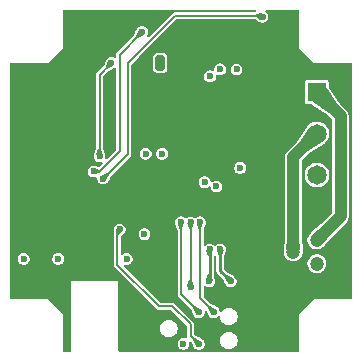
<source format=gbl>
%TF.GenerationSoftware,KiCad,Pcbnew,9.0.5*%
%TF.CreationDate,2026-01-28T11:34:24-05:00*%
%TF.ProjectId,lmp91000-pcb,6c6d7039-3130-4303-902d-7063622e6b69,rev?*%
%TF.SameCoordinates,Original*%
%TF.FileFunction,Copper,L4,Bot*%
%TF.FilePolarity,Positive*%
%FSLAX46Y46*%
G04 Gerber Fmt 4.6, Leading zero omitted, Abs format (unit mm)*
G04 Created by KiCad (PCBNEW 9.0.5) date 2026-01-28 11:34:24*
%MOMM*%
%LPD*%
G01*
G04 APERTURE LIST*
G04 Aperture macros list*
%AMRoundRect*
0 Rectangle with rounded corners*
0 $1 Rounding radius*
0 $2 $3 $4 $5 $6 $7 $8 $9 X,Y pos of 4 corners*
0 Add a 4 corners polygon primitive as box body*
4,1,4,$2,$3,$4,$5,$6,$7,$8,$9,$2,$3,0*
0 Add four circle primitives for the rounded corners*
1,1,$1+$1,$2,$3*
1,1,$1+$1,$4,$5*
1,1,$1+$1,$6,$7*
1,1,$1+$1,$8,$9*
0 Add four rect primitives between the rounded corners*
20,1,$1+$1,$2,$3,$4,$5,0*
20,1,$1+$1,$4,$5,$6,$7,0*
20,1,$1+$1,$6,$7,$8,$9,0*
20,1,$1+$1,$8,$9,$2,$3,0*%
G04 Aperture macros list end*
%TA.AperFunction,ComponentPad*%
%ADD10O,1.700000X1.100000*%
%TD*%
%TA.AperFunction,ComponentPad*%
%ADD11R,1.650000X1.650000*%
%TD*%
%TA.AperFunction,ComponentPad*%
%ADD12C,1.650000*%
%TD*%
%TA.AperFunction,ComponentPad*%
%ADD13C,1.200000*%
%TD*%
%TA.AperFunction,ComponentPad*%
%ADD14RoundRect,0.200000X0.200000X0.450000X-0.200000X0.450000X-0.200000X-0.450000X0.200000X-0.450000X0*%
%TD*%
%TA.AperFunction,ComponentPad*%
%ADD15O,0.800000X1.300000*%
%TD*%
%TA.AperFunction,ViaPad*%
%ADD16C,0.600000*%
%TD*%
%TA.AperFunction,Conductor*%
%ADD17C,0.250000*%
%TD*%
%TA.AperFunction,Conductor*%
%ADD18C,0.200000*%
%TD*%
%TA.AperFunction,Conductor*%
%ADD19C,1.000000*%
%TD*%
G04 APERTURE END LIST*
D10*
%TO.P,J2,S1,SHIELD*%
%TO.N,GND*%
X37800000Y-38680000D03*
X34000000Y-38680000D03*
X37800000Y-47320000D03*
X34000000Y-47320000D03*
%TD*%
D11*
%TO.P,J4,1,Pin_1*%
%TO.N,/LMP/RE*%
X59000000Y-40000000D03*
D12*
%TO.P,J4,2,Pin_2*%
%TO.N,/LMP/WE*%
X59000000Y-43500000D03*
%TO.P,J4,3,Pin_3*%
%TO.N,/LMP/CE*%
X59000000Y-47000000D03*
%TD*%
D13*
%TO.P,J5,1,Pin_1*%
%TO.N,/LMP/CE*%
X59000000Y-54500000D03*
%TO.P,J5,2,Pin_2*%
%TO.N,/LMP/WE*%
X57000000Y-53500000D03*
%TO.P,J5,3,Pin_3*%
%TO.N,/LMP/RE*%
X59000000Y-52499999D03*
%TD*%
D14*
%TO.P,J3,1,Pin_1*%
%TO.N,+BATT*%
X45750000Y-37500000D03*
D15*
%TO.P,J3,2,Pin_2*%
%TO.N,GND*%
X44500000Y-37500000D03*
%TD*%
D16*
%TO.N,+3V3*%
X37100001Y-54100002D03*
X49950000Y-38650000D03*
X50800000Y-38050001D03*
X52500000Y-46400000D03*
X44500000Y-45200000D03*
X47700000Y-61300000D03*
X49500000Y-47600000D03*
X42900000Y-54100000D03*
X50500000Y-47950000D03*
X44400000Y-52000000D03*
X52200000Y-38050000D03*
X34180000Y-54100000D03*
X45900000Y-45200000D03*
%TO.N,GND*%
X49550000Y-48575000D03*
X39400000Y-37500000D03*
X44300000Y-46900000D03*
X43700000Y-40000000D03*
X37900000Y-61700000D03*
X41600000Y-40000000D03*
X50300000Y-61300000D03*
X51400000Y-34500000D03*
X42700000Y-50100000D03*
X51400000Y-36500000D03*
X51500000Y-39600000D03*
X45700000Y-42900000D03*
X46700000Y-39000000D03*
X35300000Y-54200000D03*
X38700000Y-54200000D03*
X46300000Y-40000000D03*
X50600000Y-44500000D03*
X41500000Y-42500000D03*
X51400000Y-35500000D03*
X37900000Y-60400000D03*
X45900000Y-48500000D03*
X46900000Y-42900000D03*
X44500000Y-42900000D03*
X41500000Y-43500000D03*
X42700000Y-48500000D03*
X36000000Y-54200000D03*
X53425000Y-48575000D03*
X42499999Y-61700000D03*
X45100000Y-40000000D03*
X42700000Y-46900000D03*
X45900000Y-50100000D03*
X40600000Y-52000000D03*
X45900000Y-46900000D03*
X44300000Y-48500000D03*
X44300000Y-50100000D03*
%TO.N,Net-(U5-C1)*%
X50805019Y-53305019D03*
X51700000Y-56000000D03*
%TO.N,Net-(U5-C2)*%
X49926154Y-53300000D03*
X49900000Y-56000000D03*
%TO.N,/SWDIO*%
X48300000Y-51000000D03*
X48300000Y-56500000D03*
%TO.N,/SWCLK*%
X47500000Y-51000000D03*
X49000000Y-58600000D03*
%TO.N,/SWV{slash}SWO*%
X50270000Y-58600000D03*
X49100000Y-51000000D03*
%TO.N,/RESETn*%
X49000000Y-61300000D03*
X42300000Y-51600000D03*
%TO.N,/PWR_BTN*%
X40900000Y-47300000D03*
X54400000Y-33600000D03*
%TO.N,/LDO_EN*%
X44200000Y-34900000D03*
X40100000Y-46700000D03*
%TO.N,/BATT_MEAS*%
X41600000Y-37500000D03*
X40600000Y-45400000D03*
%TD*%
D17*
%TO.N,Net-(U5-C1)*%
X50805019Y-53305019D02*
X50805019Y-55105019D01*
X50805019Y-55105019D02*
X51700000Y-56000000D01*
%TO.N,Net-(U5-C2)*%
X49926154Y-55973846D02*
X49900000Y-56000000D01*
X49926154Y-53300000D02*
X49926154Y-55973846D01*
D18*
%TO.N,/SWDIO*%
X48300000Y-51000000D02*
X48300000Y-56500000D01*
%TO.N,/SWCLK*%
X49000000Y-58600000D02*
X47500000Y-57100000D01*
X47500000Y-57100000D02*
X47500000Y-51000000D01*
%TO.N,/SWV{slash}SWO*%
X49100000Y-57430000D02*
X49100000Y-51000000D01*
X50270000Y-58600000D02*
X49100000Y-57430000D01*
%TO.N,/RESETn*%
X42100000Y-51800000D02*
X42100000Y-54600000D01*
X48300000Y-60600000D02*
X49000000Y-61300000D01*
X42100000Y-54600000D02*
X45600000Y-58100000D01*
X46750000Y-58100000D02*
X48300000Y-59650000D01*
X45600000Y-58100000D02*
X46750000Y-58100000D01*
X42300000Y-51600000D02*
X42100000Y-51800000D01*
X48300000Y-59650000D02*
X48300000Y-60600000D01*
D19*
%TO.N,/LMP/RE*%
X61000000Y-50499999D02*
X61000000Y-42000000D01*
X61000000Y-42000000D02*
X59000000Y-40000000D01*
X59000000Y-52499999D02*
X61000000Y-50499999D01*
%TO.N,/LMP/WE*%
X57000000Y-45500000D02*
X57000000Y-53500000D01*
X59000000Y-43500000D02*
X57000000Y-45500000D01*
D18*
%TO.N,/PWR_BTN*%
X40900000Y-47300000D02*
X43000000Y-45200000D01*
X43000000Y-45200000D02*
X43000000Y-37500000D01*
X43000000Y-37500000D02*
X47000000Y-33500000D01*
X54300000Y-33500000D02*
X54400000Y-33600000D01*
X47000000Y-33500000D02*
X54300000Y-33500000D01*
%TO.N,/LDO_EN*%
X42300000Y-45000000D02*
X40600000Y-46700000D01*
X40600000Y-46700000D02*
X40100000Y-46700000D01*
X42300000Y-36800000D02*
X42300000Y-45000000D01*
X44200000Y-34900000D02*
X42300000Y-36800000D01*
%TO.N,/BATT_MEAS*%
X40600000Y-45400000D02*
X40600000Y-38500000D01*
X40600000Y-38500000D02*
X41600000Y-37500000D01*
%TD*%
%TA.AperFunction,Conductor*%
%TO.N,GND*%
G36*
X53831960Y-33019407D02*
G01*
X53867924Y-33068907D01*
X53867924Y-33130093D01*
X53831960Y-33179593D01*
X53798779Y-33195289D01*
X53794949Y-33196289D01*
X53769939Y-33199500D01*
X46960435Y-33199500D01*
X46884011Y-33219978D01*
X46884007Y-33219980D01*
X46815491Y-33259538D01*
X44767208Y-35307820D01*
X44712691Y-35335597D01*
X44652259Y-35326026D01*
X44608994Y-35282761D01*
X44599423Y-35222329D01*
X44611466Y-35188319D01*
X44666392Y-35093186D01*
X44700500Y-34965892D01*
X44700500Y-34834108D01*
X44666392Y-34706814D01*
X44666390Y-34706811D01*
X44666390Y-34706809D01*
X44600503Y-34592690D01*
X44600501Y-34592688D01*
X44600500Y-34592686D01*
X44507314Y-34499500D01*
X44507311Y-34499498D01*
X44507309Y-34499496D01*
X44393189Y-34433609D01*
X44393191Y-34433609D01*
X44343799Y-34420375D01*
X44265892Y-34399500D01*
X44134108Y-34399500D01*
X44056200Y-34420375D01*
X44006809Y-34433609D01*
X43892690Y-34499496D01*
X43799499Y-34592687D01*
X43774473Y-34636029D01*
X43774474Y-34636030D01*
X43771739Y-34640767D01*
X43758667Y-34658548D01*
X43746676Y-34684176D01*
X43744542Y-34687874D01*
X43744540Y-34687875D01*
X43733610Y-34706807D01*
X43733607Y-34706815D01*
X43732541Y-34710796D01*
X43726588Y-34727120D01*
X43539414Y-35127228D01*
X43519745Y-35155282D01*
X42115489Y-36559540D01*
X42115488Y-36559539D01*
X42059539Y-36615489D01*
X42019980Y-36684007D01*
X42019978Y-36684011D01*
X41999500Y-36760435D01*
X41999500Y-36981250D01*
X41980593Y-37039441D01*
X41931093Y-37075405D01*
X41869907Y-37075405D01*
X41851000Y-37066987D01*
X41793187Y-37033608D01*
X41736734Y-37018482D01*
X41665892Y-36999500D01*
X41534108Y-36999500D01*
X41463269Y-37018481D01*
X41406809Y-37033609D01*
X41292690Y-37099496D01*
X41199499Y-37192687D01*
X41174473Y-37236029D01*
X41174474Y-37236030D01*
X41171739Y-37240767D01*
X41158667Y-37258548D01*
X41146676Y-37284176D01*
X41144542Y-37287874D01*
X41144540Y-37287875D01*
X41133610Y-37306807D01*
X41133607Y-37306815D01*
X41132541Y-37310796D01*
X41126588Y-37327120D01*
X40939414Y-37727228D01*
X40919745Y-37755281D01*
X40415489Y-38259539D01*
X40359539Y-38315489D01*
X40319980Y-38384007D01*
X40319978Y-38384011D01*
X40299500Y-38460435D01*
X40299500Y-44738475D01*
X40293571Y-44772221D01*
X40143005Y-45187485D01*
X40140029Y-45195692D01*
X40133608Y-45206814D01*
X40126845Y-45232049D01*
X40125392Y-45236058D01*
X40117194Y-45258670D01*
X40112527Y-45273204D01*
X40112071Y-45274829D01*
X40111100Y-45278415D01*
X40111098Y-45278423D01*
X40111018Y-45281003D01*
X40107695Y-45303521D01*
X40099500Y-45334108D01*
X40099500Y-45465892D01*
X40129579Y-45578151D01*
X40133609Y-45593190D01*
X40199496Y-45707309D01*
X40199498Y-45707311D01*
X40199500Y-45707314D01*
X40292686Y-45800500D01*
X40292688Y-45800501D01*
X40292690Y-45800503D01*
X40406810Y-45866390D01*
X40406808Y-45866390D01*
X40406812Y-45866391D01*
X40406814Y-45866392D01*
X40534108Y-45900500D01*
X40534110Y-45900500D01*
X40665891Y-45900500D01*
X40665892Y-45900500D01*
X40730613Y-45883158D01*
X40791712Y-45886359D01*
X40839263Y-45924864D01*
X40855099Y-45983964D01*
X40833173Y-46041086D01*
X40826239Y-46048788D01*
X40592282Y-46282745D01*
X40570350Y-46293919D01*
X40550010Y-46307778D01*
X40543535Y-46307582D01*
X40537765Y-46310522D01*
X40488852Y-46305927D01*
X40311321Y-46242247D01*
X40295258Y-46234804D01*
X40293183Y-46233606D01*
X40293184Y-46233606D01*
X40273584Y-46228354D01*
X40265790Y-46225917D01*
X40240647Y-46216899D01*
X40226287Y-46212335D01*
X40224687Y-46211890D01*
X40221329Y-46210988D01*
X40220774Y-46210971D01*
X40218705Y-46210909D01*
X40196052Y-46207581D01*
X40180593Y-46203439D01*
X40165892Y-46199500D01*
X40034108Y-46199500D01*
X39969159Y-46216903D01*
X39906809Y-46233609D01*
X39792690Y-46299496D01*
X39699496Y-46392690D01*
X39633609Y-46506809D01*
X39633608Y-46506814D01*
X39599500Y-46634108D01*
X39599500Y-46765892D01*
X39608773Y-46800500D01*
X39633609Y-46893190D01*
X39699496Y-47007309D01*
X39699498Y-47007311D01*
X39699500Y-47007314D01*
X39792686Y-47100500D01*
X39792688Y-47100501D01*
X39792690Y-47100503D01*
X39906810Y-47166390D01*
X39906808Y-47166390D01*
X39906812Y-47166391D01*
X39906814Y-47166392D01*
X40034108Y-47200500D01*
X40034110Y-47200500D01*
X40165890Y-47200500D01*
X40165892Y-47200500D01*
X40274879Y-47171297D01*
X40335978Y-47174500D01*
X40383528Y-47213005D01*
X40399500Y-47266924D01*
X40399500Y-47365892D01*
X40428164Y-47472867D01*
X40433609Y-47493190D01*
X40499496Y-47607309D01*
X40499498Y-47607311D01*
X40499500Y-47607314D01*
X40592686Y-47700500D01*
X40592688Y-47700501D01*
X40592690Y-47700503D01*
X40706810Y-47766390D01*
X40706808Y-47766390D01*
X40706812Y-47766391D01*
X40706814Y-47766392D01*
X40834108Y-47800500D01*
X40834110Y-47800500D01*
X40965890Y-47800500D01*
X40965892Y-47800500D01*
X41093186Y-47766392D01*
X41093188Y-47766390D01*
X41093190Y-47766390D01*
X41207309Y-47700503D01*
X41207309Y-47700502D01*
X41207314Y-47700500D01*
X41300500Y-47607314D01*
X41328264Y-47559225D01*
X41341332Y-47541450D01*
X41344767Y-47534108D01*
X48999500Y-47534108D01*
X48999500Y-47665892D01*
X49008773Y-47700500D01*
X49033609Y-47793190D01*
X49099496Y-47907309D01*
X49099498Y-47907311D01*
X49099500Y-47907314D01*
X49192686Y-48000500D01*
X49192688Y-48000501D01*
X49192690Y-48000503D01*
X49306810Y-48066390D01*
X49306808Y-48066390D01*
X49306812Y-48066391D01*
X49306814Y-48066392D01*
X49434108Y-48100500D01*
X49434110Y-48100500D01*
X49565890Y-48100500D01*
X49565892Y-48100500D01*
X49693186Y-48066392D01*
X49693188Y-48066390D01*
X49693190Y-48066390D01*
X49807309Y-48000503D01*
X49807309Y-48000502D01*
X49807314Y-48000500D01*
X49834384Y-47973429D01*
X49888898Y-47945652D01*
X49949331Y-47955223D01*
X49992596Y-47998487D01*
X50000013Y-48017809D01*
X50013031Y-48066390D01*
X50033609Y-48143190D01*
X50099496Y-48257309D01*
X50099498Y-48257311D01*
X50099500Y-48257314D01*
X50192686Y-48350500D01*
X50192688Y-48350501D01*
X50192690Y-48350503D01*
X50306810Y-48416390D01*
X50306808Y-48416390D01*
X50306812Y-48416391D01*
X50306814Y-48416392D01*
X50434108Y-48450500D01*
X50434110Y-48450500D01*
X50565890Y-48450500D01*
X50565892Y-48450500D01*
X50693186Y-48416392D01*
X50693188Y-48416390D01*
X50693190Y-48416390D01*
X50807309Y-48350503D01*
X50807309Y-48350502D01*
X50807314Y-48350500D01*
X50900500Y-48257314D01*
X50966392Y-48143186D01*
X51000500Y-48015892D01*
X51000500Y-47884108D01*
X50966392Y-47756814D01*
X50966390Y-47756811D01*
X50966390Y-47756809D01*
X50900503Y-47642690D01*
X50900501Y-47642688D01*
X50900500Y-47642686D01*
X50807314Y-47549500D01*
X50807311Y-47549498D01*
X50807309Y-47549496D01*
X50693189Y-47483609D01*
X50693191Y-47483609D01*
X50643799Y-47470375D01*
X50565892Y-47449500D01*
X50434108Y-47449500D01*
X50356200Y-47470375D01*
X50306809Y-47483609D01*
X50192690Y-47549496D01*
X50192684Y-47549501D01*
X50165614Y-47576571D01*
X50111097Y-47604347D01*
X50050666Y-47594775D01*
X50007402Y-47551510D01*
X49999987Y-47532195D01*
X49966392Y-47406814D01*
X49966390Y-47406811D01*
X49966390Y-47406809D01*
X49900503Y-47292690D01*
X49900501Y-47292688D01*
X49900500Y-47292686D01*
X49807314Y-47199500D01*
X49807311Y-47199498D01*
X49807309Y-47199496D01*
X49693189Y-47133609D01*
X49693191Y-47133609D01*
X49643799Y-47120375D01*
X49565892Y-47099500D01*
X49434108Y-47099500D01*
X49356200Y-47120375D01*
X49306809Y-47133609D01*
X49192690Y-47199496D01*
X49099496Y-47292690D01*
X49033609Y-47406809D01*
X49033608Y-47406814D01*
X48999500Y-47534108D01*
X41344767Y-47534108D01*
X41353312Y-47515841D01*
X41366392Y-47493186D01*
X41367814Y-47487876D01*
X41368182Y-47486639D01*
X41368631Y-47485985D01*
X41373409Y-47472878D01*
X41560583Y-47072769D01*
X41580247Y-47044722D01*
X42290862Y-46334108D01*
X51999500Y-46334108D01*
X51999500Y-46465892D01*
X52010464Y-46506809D01*
X52033609Y-46593190D01*
X52099496Y-46707309D01*
X52099498Y-46707311D01*
X52099500Y-46707314D01*
X52192686Y-46800500D01*
X52192688Y-46800501D01*
X52192690Y-46800503D01*
X52306810Y-46866390D01*
X52306808Y-46866390D01*
X52306812Y-46866391D01*
X52306814Y-46866392D01*
X52434108Y-46900500D01*
X52434110Y-46900500D01*
X52565890Y-46900500D01*
X52565892Y-46900500D01*
X52693186Y-46866392D01*
X52693188Y-46866390D01*
X52693190Y-46866390D01*
X52807309Y-46800503D01*
X52807309Y-46800502D01*
X52807314Y-46800500D01*
X52900500Y-46707314D01*
X52942766Y-46634108D01*
X52966390Y-46593190D01*
X52966390Y-46593188D01*
X52966392Y-46593186D01*
X53000500Y-46465892D01*
X53000500Y-46334108D01*
X52966392Y-46206814D01*
X52966390Y-46206811D01*
X52966390Y-46206809D01*
X52900503Y-46092690D01*
X52900501Y-46092688D01*
X52900500Y-46092686D01*
X52807314Y-45999500D01*
X52807311Y-45999498D01*
X52807309Y-45999496D01*
X52693189Y-45933609D01*
X52693191Y-45933609D01*
X52643799Y-45920375D01*
X52565892Y-45899500D01*
X52434108Y-45899500D01*
X52356200Y-45920375D01*
X52306809Y-45933609D01*
X52192690Y-45999496D01*
X52099496Y-46092690D01*
X52033609Y-46206809D01*
X52026428Y-46233609D01*
X51999500Y-46334108D01*
X42290862Y-46334108D01*
X43240460Y-45384511D01*
X43248938Y-45369827D01*
X43280021Y-45315989D01*
X43300500Y-45239562D01*
X43300500Y-45134108D01*
X43999500Y-45134108D01*
X43999500Y-45265892D01*
X44017778Y-45334108D01*
X44033609Y-45393190D01*
X44099496Y-45507309D01*
X44099498Y-45507311D01*
X44099500Y-45507314D01*
X44192686Y-45600500D01*
X44192688Y-45600501D01*
X44192690Y-45600503D01*
X44306810Y-45666390D01*
X44306808Y-45666390D01*
X44306812Y-45666391D01*
X44306814Y-45666392D01*
X44434108Y-45700500D01*
X44434110Y-45700500D01*
X44565890Y-45700500D01*
X44565892Y-45700500D01*
X44693186Y-45666392D01*
X44693188Y-45666390D01*
X44693190Y-45666390D01*
X44807309Y-45600503D01*
X44807309Y-45600502D01*
X44807314Y-45600500D01*
X44900500Y-45507314D01*
X44966392Y-45393186D01*
X45000500Y-45265892D01*
X45000500Y-45134108D01*
X45399500Y-45134108D01*
X45399500Y-45265892D01*
X45417778Y-45334108D01*
X45433609Y-45393190D01*
X45499496Y-45507309D01*
X45499498Y-45507311D01*
X45499500Y-45507314D01*
X45592686Y-45600500D01*
X45592688Y-45600501D01*
X45592690Y-45600503D01*
X45706810Y-45666390D01*
X45706808Y-45666390D01*
X45706812Y-45666391D01*
X45706814Y-45666392D01*
X45834108Y-45700500D01*
X45834110Y-45700500D01*
X45965890Y-45700500D01*
X45965892Y-45700500D01*
X46093186Y-45666392D01*
X46093188Y-45666390D01*
X46093190Y-45666390D01*
X46207309Y-45600503D01*
X46207309Y-45600502D01*
X46207314Y-45600500D01*
X46300500Y-45507314D01*
X46366392Y-45393186D01*
X46400500Y-45265892D01*
X46400500Y-45134108D01*
X46366392Y-45006814D01*
X46366390Y-45006811D01*
X46366390Y-45006809D01*
X46300503Y-44892690D01*
X46300501Y-44892688D01*
X46300500Y-44892686D01*
X46207314Y-44799500D01*
X46207311Y-44799498D01*
X46207309Y-44799496D01*
X46093189Y-44733609D01*
X46093191Y-44733609D01*
X46043799Y-44720375D01*
X45965892Y-44699500D01*
X45834108Y-44699500D01*
X45756200Y-44720375D01*
X45706809Y-44733609D01*
X45592690Y-44799496D01*
X45499496Y-44892690D01*
X45433609Y-45006809D01*
X45433608Y-45006814D01*
X45399500Y-45134108D01*
X45000500Y-45134108D01*
X44966392Y-45006814D01*
X44966390Y-45006811D01*
X44966390Y-45006809D01*
X44900503Y-44892690D01*
X44900501Y-44892688D01*
X44900500Y-44892686D01*
X44807314Y-44799500D01*
X44807311Y-44799498D01*
X44807309Y-44799496D01*
X44693189Y-44733609D01*
X44693191Y-44733609D01*
X44643799Y-44720375D01*
X44565892Y-44699500D01*
X44434108Y-44699500D01*
X44356200Y-44720375D01*
X44306809Y-44733609D01*
X44192690Y-44799496D01*
X44099496Y-44892690D01*
X44033609Y-45006809D01*
X44033608Y-45006814D01*
X43999500Y-45134108D01*
X43300500Y-45134108D01*
X43300500Y-39155253D01*
X57974500Y-39155253D01*
X57974500Y-40844746D01*
X57974501Y-40844758D01*
X57986132Y-40903227D01*
X57986134Y-40903233D01*
X58018561Y-40951762D01*
X58030448Y-40969552D01*
X58096769Y-41013867D01*
X58141231Y-41022711D01*
X58155241Y-41025498D01*
X58155246Y-41025498D01*
X58155252Y-41025500D01*
X58558142Y-41025500D01*
X58613297Y-41042287D01*
X59935369Y-41929247D01*
X59935087Y-41929666D01*
X59951564Y-41942221D01*
X60270504Y-42261161D01*
X60298281Y-42315678D01*
X60299500Y-42331165D01*
X60299500Y-50168833D01*
X60280593Y-50227024D01*
X60270504Y-50238837D01*
X59372053Y-51137287D01*
X59350093Y-51153844D01*
X59345747Y-51156255D01*
X59345741Y-51156260D01*
X58541749Y-51837602D01*
X58541742Y-51837609D01*
X58539519Y-51840247D01*
X58518833Y-51858749D01*
X58489712Y-51878208D01*
X58378218Y-51989701D01*
X58378211Y-51989710D01*
X58290609Y-52120813D01*
X58290603Y-52120824D01*
X58230263Y-52266500D01*
X58230263Y-52266502D01*
X58199500Y-52421154D01*
X58199500Y-52578843D01*
X58230263Y-52733495D01*
X58230263Y-52733497D01*
X58290603Y-52879173D01*
X58290609Y-52879184D01*
X58337151Y-52948837D01*
X58378211Y-53010288D01*
X58489711Y-53121788D01*
X58567876Y-53174016D01*
X58620814Y-53209389D01*
X58620825Y-53209395D01*
X58674638Y-53231684D01*
X58766503Y-53269736D01*
X58921158Y-53300499D01*
X58921159Y-53300499D01*
X59078841Y-53300499D01*
X59078842Y-53300499D01*
X59233497Y-53269736D01*
X59379179Y-53209393D01*
X59510289Y-53121788D01*
X59621789Y-53010288D01*
X59641352Y-52981008D01*
X59659052Y-52961788D01*
X59658902Y-52961633D01*
X59661632Y-52958987D01*
X59662089Y-52958492D01*
X59662394Y-52958250D01*
X60343739Y-52154254D01*
X60347497Y-52147798D01*
X60363045Y-52127609D01*
X61544114Y-50946542D01*
X61620775Y-50831810D01*
X61673580Y-50704327D01*
X61674539Y-50699503D01*
X61674541Y-50699500D01*
X61674540Y-50699500D01*
X61700500Y-50568992D01*
X61700500Y-41931007D01*
X61673580Y-41795672D01*
X61620775Y-41668189D01*
X61544114Y-41553457D01*
X60942415Y-40951758D01*
X60930640Y-40935887D01*
X60929919Y-40936371D01*
X60907687Y-40903233D01*
X60042287Y-39613296D01*
X60025500Y-39558141D01*
X60025500Y-39155253D01*
X60025498Y-39155241D01*
X60017770Y-39116390D01*
X60013867Y-39096769D01*
X59969552Y-39030448D01*
X59969548Y-39030445D01*
X59903233Y-38986134D01*
X59903231Y-38986133D01*
X59903228Y-38986132D01*
X59903227Y-38986132D01*
X59844758Y-38974501D01*
X59844748Y-38974500D01*
X58155252Y-38974500D01*
X58155251Y-38974500D01*
X58155241Y-38974501D01*
X58096772Y-38986132D01*
X58096766Y-38986134D01*
X58030451Y-39030445D01*
X58030445Y-39030451D01*
X57986134Y-39096766D01*
X57986132Y-39096772D01*
X57974501Y-39155241D01*
X57974500Y-39155253D01*
X43300500Y-39155253D01*
X43300500Y-38584108D01*
X49449500Y-38584108D01*
X49449500Y-38715892D01*
X49479579Y-38828151D01*
X49483609Y-38843190D01*
X49549496Y-38957309D01*
X49549498Y-38957311D01*
X49549500Y-38957314D01*
X49642686Y-39050500D01*
X49642688Y-39050501D01*
X49642690Y-39050503D01*
X49756810Y-39116390D01*
X49756808Y-39116390D01*
X49756812Y-39116391D01*
X49756814Y-39116392D01*
X49884108Y-39150500D01*
X49884110Y-39150500D01*
X50015890Y-39150500D01*
X50015892Y-39150500D01*
X50143186Y-39116392D01*
X50143188Y-39116390D01*
X50143190Y-39116390D01*
X50232789Y-39064660D01*
X50232795Y-39064655D01*
X50257314Y-39050500D01*
X50350500Y-38957314D01*
X50416392Y-38843186D01*
X50450500Y-38715892D01*
X50450500Y-38597618D01*
X50469407Y-38539427D01*
X50518907Y-38503463D01*
X50580093Y-38503463D01*
X50599002Y-38511883D01*
X50606810Y-38516391D01*
X50606811Y-38516391D01*
X50606814Y-38516393D01*
X50734108Y-38550501D01*
X50734110Y-38550501D01*
X50865890Y-38550501D01*
X50865892Y-38550501D01*
X50993186Y-38516393D01*
X50993188Y-38516391D01*
X50993190Y-38516391D01*
X51107309Y-38450504D01*
X51107309Y-38450503D01*
X51107314Y-38450501D01*
X51200500Y-38357315D01*
X51200503Y-38357310D01*
X51266390Y-38243191D01*
X51266390Y-38243189D01*
X51266392Y-38243187D01*
X51300500Y-38115893D01*
X51300500Y-37984109D01*
X51300500Y-37984108D01*
X51699500Y-37984108D01*
X51699500Y-38115892D01*
X51716745Y-38180252D01*
X51733609Y-38243190D01*
X51799496Y-38357309D01*
X51799498Y-38357311D01*
X51799500Y-38357314D01*
X51892686Y-38450500D01*
X51892688Y-38450501D01*
X51892690Y-38450503D01*
X52006810Y-38516390D01*
X52006808Y-38516390D01*
X52006812Y-38516391D01*
X52006814Y-38516392D01*
X52134108Y-38550500D01*
X52134110Y-38550500D01*
X52265890Y-38550500D01*
X52265892Y-38550500D01*
X52393186Y-38516392D01*
X52393188Y-38516390D01*
X52393190Y-38516390D01*
X52507309Y-38450503D01*
X52507309Y-38450502D01*
X52507314Y-38450500D01*
X52600500Y-38357314D01*
X52608946Y-38342686D01*
X52666390Y-38243190D01*
X52666391Y-38243187D01*
X52666392Y-38243186D01*
X52700500Y-38115892D01*
X52700500Y-37984108D01*
X52666392Y-37856814D01*
X52666390Y-37856810D01*
X52666390Y-37856809D01*
X52600503Y-37742690D01*
X52600501Y-37742688D01*
X52600500Y-37742686D01*
X52507314Y-37649500D01*
X52507311Y-37649498D01*
X52507309Y-37649496D01*
X52393189Y-37583609D01*
X52393191Y-37583609D01*
X52343799Y-37570375D01*
X52265892Y-37549500D01*
X52134108Y-37549500D01*
X52056200Y-37570375D01*
X52006809Y-37583609D01*
X51892690Y-37649496D01*
X51799496Y-37742690D01*
X51733609Y-37856809D01*
X51721902Y-37900500D01*
X51699500Y-37984108D01*
X51300500Y-37984108D01*
X51266392Y-37856815D01*
X51266390Y-37856812D01*
X51266390Y-37856810D01*
X51200503Y-37742691D01*
X51200501Y-37742689D01*
X51200500Y-37742687D01*
X51107314Y-37649501D01*
X51107311Y-37649499D01*
X51107309Y-37649497D01*
X50993189Y-37583610D01*
X50993191Y-37583610D01*
X50936451Y-37568407D01*
X50865892Y-37549501D01*
X50734108Y-37549501D01*
X50663549Y-37568407D01*
X50606809Y-37583610D01*
X50492690Y-37649497D01*
X50399496Y-37742691D01*
X50333609Y-37856810D01*
X50333608Y-37856815D01*
X50299501Y-37984108D01*
X50299500Y-37984110D01*
X50299500Y-38102382D01*
X50280593Y-38160573D01*
X50231093Y-38196537D01*
X50169907Y-38196537D01*
X50151003Y-38188120D01*
X50143189Y-38183609D01*
X50143191Y-38183609D01*
X50084756Y-38167952D01*
X50015892Y-38149500D01*
X49884108Y-38149500D01*
X49815244Y-38167952D01*
X49756809Y-38183609D01*
X49642690Y-38249496D01*
X49549496Y-38342690D01*
X49483609Y-38456809D01*
X49467644Y-38516392D01*
X49449500Y-38584108D01*
X43300500Y-38584108D01*
X43300500Y-37665479D01*
X43319407Y-37607288D01*
X43329496Y-37595475D01*
X43906493Y-37018478D01*
X45149500Y-37018478D01*
X45149500Y-37981521D01*
X45149501Y-37981523D01*
X45164352Y-38075299D01*
X45164354Y-38075304D01*
X45221950Y-38188342D01*
X45311658Y-38278050D01*
X45424696Y-38335646D01*
X45518481Y-38350500D01*
X45981518Y-38350499D01*
X45981520Y-38350499D01*
X45981521Y-38350498D01*
X46030826Y-38342690D01*
X46075299Y-38335647D01*
X46075299Y-38335646D01*
X46075304Y-38335646D01*
X46188342Y-38278050D01*
X46278050Y-38188342D01*
X46335646Y-38075304D01*
X46350500Y-37981519D01*
X46350499Y-37018482D01*
X46350499Y-37018481D01*
X46350499Y-37018478D01*
X46350498Y-37018476D01*
X46335647Y-36924700D01*
X46335646Y-36924698D01*
X46335646Y-36924696D01*
X46278050Y-36811658D01*
X46188342Y-36721950D01*
X46075304Y-36664354D01*
X46075305Y-36664354D01*
X45981522Y-36649500D01*
X45518479Y-36649500D01*
X45518476Y-36649501D01*
X45424700Y-36664352D01*
X45424695Y-36664354D01*
X45311659Y-36721949D01*
X45221949Y-36811659D01*
X45164354Y-36924695D01*
X45149500Y-37018478D01*
X43906493Y-37018478D01*
X47095475Y-33829496D01*
X47149992Y-33801719D01*
X47165479Y-33800500D01*
X53729436Y-33800500D01*
X53780857Y-33814902D01*
X54117034Y-34019238D01*
X54117036Y-34019239D01*
X54117040Y-34019241D01*
X54131424Y-34024674D01*
X54132948Y-34025250D01*
X54147467Y-34032127D01*
X54206814Y-34066392D01*
X54334108Y-34100500D01*
X54334110Y-34100500D01*
X54465890Y-34100500D01*
X54465892Y-34100500D01*
X54593186Y-34066392D01*
X54593188Y-34066390D01*
X54593190Y-34066390D01*
X54707309Y-34000503D01*
X54707309Y-34000502D01*
X54707314Y-34000500D01*
X54800500Y-33907314D01*
X54836507Y-33844949D01*
X54866390Y-33793190D01*
X54866390Y-33793188D01*
X54866392Y-33793186D01*
X54900500Y-33665892D01*
X54900500Y-33534108D01*
X54866392Y-33406814D01*
X54866390Y-33406811D01*
X54866390Y-33406809D01*
X54800503Y-33292690D01*
X54800501Y-33292688D01*
X54800500Y-33292686D01*
X54707314Y-33199500D01*
X54682608Y-33185236D01*
X54641668Y-33139767D01*
X54635272Y-33078917D01*
X54665865Y-33025929D01*
X54721760Y-33001042D01*
X54732109Y-33000500D01*
X57401000Y-33000500D01*
X57459191Y-33019407D01*
X57495155Y-33068907D01*
X57500000Y-33099500D01*
X57500000Y-36250000D01*
X58750000Y-37500000D01*
X61900500Y-37500000D01*
X61958691Y-37518907D01*
X61994655Y-37568407D01*
X61999500Y-37599000D01*
X61999500Y-57401000D01*
X61980593Y-57459191D01*
X61931093Y-57495155D01*
X61900500Y-57500000D01*
X58750000Y-57500000D01*
X57500000Y-58750000D01*
X57500000Y-58750001D01*
X57500000Y-61900500D01*
X57481093Y-61958691D01*
X57431593Y-61994655D01*
X57401000Y-61999500D01*
X42299000Y-61999500D01*
X42240809Y-61980593D01*
X42204845Y-61931093D01*
X42200000Y-61900500D01*
X42200000Y-59926542D01*
X45714200Y-59926542D01*
X45714200Y-60073457D01*
X45742860Y-60217541D01*
X45742860Y-60217543D01*
X45799078Y-60353266D01*
X45799078Y-60353267D01*
X45839749Y-60414134D01*
X45880699Y-60475420D01*
X45984580Y-60579301D01*
X46106731Y-60660920D01*
X46106732Y-60660920D01*
X46106733Y-60660921D01*
X46111108Y-60662733D01*
X46242458Y-60717140D01*
X46386545Y-60745800D01*
X46386547Y-60745800D01*
X46533453Y-60745800D01*
X46533455Y-60745800D01*
X46677542Y-60717140D01*
X46813269Y-60660920D01*
X46935420Y-60579301D01*
X47039301Y-60475420D01*
X47120920Y-60353269D01*
X47177140Y-60217542D01*
X47205800Y-60073455D01*
X47205800Y-59926545D01*
X47177140Y-59782458D01*
X47120921Y-59646733D01*
X47120921Y-59646732D01*
X47096668Y-59610435D01*
X47039301Y-59524580D01*
X46935420Y-59420699D01*
X46813269Y-59339080D01*
X46813268Y-59339079D01*
X46813266Y-59339078D01*
X46677542Y-59282860D01*
X46533457Y-59254200D01*
X46533455Y-59254200D01*
X46386545Y-59254200D01*
X46386542Y-59254200D01*
X46242458Y-59282860D01*
X46242456Y-59282860D01*
X46106733Y-59339078D01*
X46106732Y-59339078D01*
X45984580Y-59420699D01*
X45984576Y-59420702D01*
X45880702Y-59524576D01*
X45880699Y-59524580D01*
X45799078Y-59646732D01*
X45799078Y-59646733D01*
X45742860Y-59782456D01*
X45742860Y-59782458D01*
X45714200Y-59926542D01*
X42200000Y-59926542D01*
X42200000Y-56000001D01*
X42200000Y-56000000D01*
X42199999Y-56000000D01*
X38200001Y-56000000D01*
X38200000Y-56000000D01*
X38200000Y-56000001D01*
X38200000Y-61900500D01*
X38181093Y-61958691D01*
X38131593Y-61994655D01*
X38101000Y-61999500D01*
X37599000Y-61999500D01*
X37540809Y-61980593D01*
X37504845Y-61931093D01*
X37500000Y-61900500D01*
X37500000Y-58750001D01*
X37500000Y-58750000D01*
X36250000Y-57500000D01*
X36249999Y-57500000D01*
X33099500Y-57500000D01*
X33041309Y-57481093D01*
X33005345Y-57431593D01*
X33000500Y-57401000D01*
X33000500Y-54034108D01*
X33679500Y-54034108D01*
X33679500Y-54165892D01*
X33691157Y-54209396D01*
X33713609Y-54293190D01*
X33779496Y-54407309D01*
X33779498Y-54407311D01*
X33779500Y-54407314D01*
X33872686Y-54500500D01*
X33872688Y-54500501D01*
X33872690Y-54500503D01*
X33986810Y-54566390D01*
X33986808Y-54566390D01*
X33986812Y-54566391D01*
X33986814Y-54566392D01*
X34114108Y-54600500D01*
X34114110Y-54600500D01*
X34245890Y-54600500D01*
X34245892Y-54600500D01*
X34373186Y-54566392D01*
X34373188Y-54566390D01*
X34373190Y-54566390D01*
X34487309Y-54500503D01*
X34487309Y-54500502D01*
X34487314Y-54500500D01*
X34580500Y-54407314D01*
X34580503Y-54407309D01*
X34646390Y-54293190D01*
X34646390Y-54293188D01*
X34646392Y-54293186D01*
X34680500Y-54165892D01*
X34680500Y-54034110D01*
X36599501Y-54034110D01*
X36599501Y-54165894D01*
X36626458Y-54266501D01*
X36633610Y-54293192D01*
X36699497Y-54407311D01*
X36699499Y-54407313D01*
X36699501Y-54407316D01*
X36792687Y-54500502D01*
X36792689Y-54500503D01*
X36792691Y-54500505D01*
X36906811Y-54566392D01*
X36906809Y-54566392D01*
X36906813Y-54566393D01*
X36906815Y-54566394D01*
X37034109Y-54600502D01*
X37034111Y-54600502D01*
X37165891Y-54600502D01*
X37165893Y-54600502D01*
X37293187Y-54566394D01*
X37293189Y-54566392D01*
X37293191Y-54566392D01*
X37407310Y-54500505D01*
X37407310Y-54500504D01*
X37407315Y-54500502D01*
X37500501Y-54407316D01*
X37500505Y-54407309D01*
X37566391Y-54293192D01*
X37566391Y-54293190D01*
X37566393Y-54293188D01*
X37600501Y-54165894D01*
X37600501Y-54034110D01*
X37566393Y-53906816D01*
X37566391Y-53906813D01*
X37566391Y-53906811D01*
X37500504Y-53792692D01*
X37500502Y-53792690D01*
X37500501Y-53792688D01*
X37407315Y-53699502D01*
X37407312Y-53699500D01*
X37407310Y-53699498D01*
X37293190Y-53633611D01*
X37293192Y-53633611D01*
X37243800Y-53620377D01*
X37165893Y-53599502D01*
X37034109Y-53599502D01*
X36956201Y-53620377D01*
X36906810Y-53633611D01*
X36792691Y-53699498D01*
X36699497Y-53792692D01*
X36633610Y-53906811D01*
X36618813Y-53962036D01*
X36599501Y-54034110D01*
X34680500Y-54034110D01*
X34680500Y-54034108D01*
X34646392Y-53906814D01*
X34646390Y-53906811D01*
X34646390Y-53906809D01*
X34580503Y-53792690D01*
X34580501Y-53792688D01*
X34580500Y-53792686D01*
X34487314Y-53699500D01*
X34487311Y-53699498D01*
X34487309Y-53699496D01*
X34373189Y-53633609D01*
X34373191Y-53633609D01*
X34323799Y-53620375D01*
X34245892Y-53599500D01*
X34114108Y-53599500D01*
X34036200Y-53620375D01*
X33986809Y-53633609D01*
X33872690Y-53699496D01*
X33779496Y-53792690D01*
X33713609Y-53906809D01*
X33701984Y-53950195D01*
X33679500Y-54034108D01*
X33000500Y-54034108D01*
X33000500Y-52102351D01*
X41794628Y-52102351D01*
X41798000Y-52119760D01*
X41798251Y-52121322D01*
X41798092Y-52122334D01*
X41799500Y-52137001D01*
X41799500Y-54639564D01*
X41819978Y-54715987D01*
X41819979Y-54715989D01*
X41856658Y-54779519D01*
X41856657Y-54779519D01*
X41859535Y-54784503D01*
X41859540Y-54784511D01*
X45359540Y-58284511D01*
X45359539Y-58284511D01*
X45415489Y-58340460D01*
X45484007Y-58380019D01*
X45484011Y-58380021D01*
X45560435Y-58400499D01*
X45560437Y-58400500D01*
X45560438Y-58400500D01*
X46584521Y-58400500D01*
X46642712Y-58419407D01*
X46654525Y-58429496D01*
X47970504Y-59745475D01*
X47998281Y-59799992D01*
X47999500Y-59815479D01*
X47999500Y-60639564D01*
X48019359Y-60713676D01*
X48016158Y-60774778D01*
X47977653Y-60822328D01*
X47918553Y-60838164D01*
X47898111Y-60834927D01*
X47805030Y-60809987D01*
X47765892Y-60799500D01*
X47634108Y-60799500D01*
X47556200Y-60820375D01*
X47506809Y-60833609D01*
X47392690Y-60899496D01*
X47299496Y-60992690D01*
X47233609Y-61106809D01*
X47221937Y-61150372D01*
X47199500Y-61234108D01*
X47199500Y-61365892D01*
X47200405Y-61369269D01*
X47233609Y-61493190D01*
X47299496Y-61607309D01*
X47299498Y-61607311D01*
X47299500Y-61607314D01*
X47392686Y-61700500D01*
X47392688Y-61700501D01*
X47392690Y-61700503D01*
X47506810Y-61766390D01*
X47506808Y-61766390D01*
X47506812Y-61766391D01*
X47506814Y-61766392D01*
X47634108Y-61800500D01*
X47634110Y-61800500D01*
X47765890Y-61800500D01*
X47765892Y-61800500D01*
X47893186Y-61766392D01*
X47893188Y-61766390D01*
X47893190Y-61766390D01*
X48007309Y-61700503D01*
X48007309Y-61700502D01*
X48007314Y-61700500D01*
X48100500Y-61607314D01*
X48126903Y-61561583D01*
X48166390Y-61493190D01*
X48166390Y-61493188D01*
X48166392Y-61493186D01*
X48200500Y-61365892D01*
X48200500Y-61234108D01*
X48200499Y-61234106D01*
X48200150Y-61231453D01*
X48200500Y-61229563D01*
X48200500Y-61227619D01*
X48200860Y-61227619D01*
X48211296Y-61171291D01*
X48255675Y-61129171D01*
X48316337Y-61121181D01*
X48370109Y-61150372D01*
X48387975Y-61176574D01*
X48498979Y-61413860D01*
X48530282Y-61480773D01*
X48533608Y-61493186D01*
X48546682Y-61515831D01*
X48548488Y-61519691D01*
X48548488Y-61519692D01*
X48558667Y-61541453D01*
X48565673Y-61555080D01*
X48566506Y-61556562D01*
X48566527Y-61556598D01*
X48568306Y-61559699D01*
X48568308Y-61559701D01*
X48570075Y-61561583D01*
X48583645Y-61579854D01*
X48592564Y-61595301D01*
X48599500Y-61607314D01*
X48692686Y-61700500D01*
X48692688Y-61700501D01*
X48692690Y-61700503D01*
X48806810Y-61766390D01*
X48806808Y-61766390D01*
X48806812Y-61766391D01*
X48806814Y-61766392D01*
X48934108Y-61800500D01*
X48934110Y-61800500D01*
X49065890Y-61800500D01*
X49065892Y-61800500D01*
X49193186Y-61766392D01*
X49193188Y-61766390D01*
X49193190Y-61766390D01*
X49307309Y-61700503D01*
X49307309Y-61700502D01*
X49307314Y-61700500D01*
X49400500Y-61607314D01*
X49426903Y-61561583D01*
X49466390Y-61493190D01*
X49466390Y-61493188D01*
X49466392Y-61493186D01*
X49500500Y-61365892D01*
X49500500Y-61234108D01*
X49466392Y-61106814D01*
X49466390Y-61106811D01*
X49466390Y-61106809D01*
X49400503Y-60992690D01*
X49400501Y-60992688D01*
X49400500Y-60992686D01*
X49350356Y-60942542D01*
X50794200Y-60942542D01*
X50794200Y-61089457D01*
X50810478Y-61171291D01*
X50822444Y-61231453D01*
X50822860Y-61233541D01*
X50822860Y-61233543D01*
X50879078Y-61369266D01*
X50879078Y-61369267D01*
X50908875Y-61413860D01*
X50960699Y-61491420D01*
X51064580Y-61595301D01*
X51186731Y-61676920D01*
X51322458Y-61733140D01*
X51466545Y-61761800D01*
X51466547Y-61761800D01*
X51613453Y-61761800D01*
X51613455Y-61761800D01*
X51757542Y-61733140D01*
X51893269Y-61676920D01*
X52015420Y-61595301D01*
X52119301Y-61491420D01*
X52200920Y-61369269D01*
X52257140Y-61233542D01*
X52285800Y-61089455D01*
X52285800Y-60942545D01*
X52257140Y-60798458D01*
X52200921Y-60662733D01*
X52200921Y-60662732D01*
X52172199Y-60619747D01*
X52119301Y-60540580D01*
X52015420Y-60436699D01*
X51893269Y-60355080D01*
X51893268Y-60355079D01*
X51893266Y-60355078D01*
X51757542Y-60298860D01*
X51613457Y-60270200D01*
X51613455Y-60270200D01*
X51466545Y-60270200D01*
X51466542Y-60270200D01*
X51322458Y-60298860D01*
X51322456Y-60298860D01*
X51186733Y-60355078D01*
X51186732Y-60355078D01*
X51064580Y-60436699D01*
X51064576Y-60436702D01*
X50960702Y-60540576D01*
X50960699Y-60540580D01*
X50879078Y-60662732D01*
X50879078Y-60662733D01*
X50822860Y-60798456D01*
X50822860Y-60798458D01*
X50794200Y-60942542D01*
X49350356Y-60942542D01*
X49307314Y-60899500D01*
X49307307Y-60899496D01*
X49294559Y-60892136D01*
X49259231Y-60871739D01*
X49241450Y-60858667D01*
X49215832Y-60846682D01*
X49212138Y-60844549D01*
X49193189Y-60833609D01*
X49193184Y-60833607D01*
X49189194Y-60832538D01*
X49172873Y-60826586D01*
X48772772Y-60639416D01*
X48744718Y-60619747D01*
X48629496Y-60504525D01*
X48601719Y-60450008D01*
X48600500Y-60434521D01*
X48600500Y-59610437D01*
X48600499Y-59610435D01*
X48580021Y-59534011D01*
X48580019Y-59534007D01*
X48540460Y-59465489D01*
X48484511Y-59409539D01*
X48484511Y-59409540D01*
X46934511Y-57859540D01*
X46934508Y-57859538D01*
X46865992Y-57819980D01*
X46865988Y-57819978D01*
X46789564Y-57799500D01*
X46789562Y-57799500D01*
X45765479Y-57799500D01*
X45707288Y-57780593D01*
X45695475Y-57770504D01*
X42673759Y-54748788D01*
X42645982Y-54694271D01*
X42655553Y-54633839D01*
X42698818Y-54590574D01*
X42759250Y-54581003D01*
X42769368Y-54583153D01*
X42834108Y-54600500D01*
X42834110Y-54600500D01*
X42965890Y-54600500D01*
X42965892Y-54600500D01*
X43093186Y-54566392D01*
X43093188Y-54566390D01*
X43093190Y-54566390D01*
X43207309Y-54500503D01*
X43207309Y-54500502D01*
X43207314Y-54500500D01*
X43300500Y-54407314D01*
X43300503Y-54407309D01*
X43366390Y-54293190D01*
X43366390Y-54293188D01*
X43366392Y-54293186D01*
X43400500Y-54165892D01*
X43400500Y-54034108D01*
X43366392Y-53906814D01*
X43366390Y-53906811D01*
X43366390Y-53906809D01*
X43300503Y-53792690D01*
X43300501Y-53792688D01*
X43300500Y-53792686D01*
X43207314Y-53699500D01*
X43207311Y-53699498D01*
X43207309Y-53699496D01*
X43093189Y-53633609D01*
X43093191Y-53633609D01*
X43043799Y-53620375D01*
X42965892Y-53599500D01*
X42834108Y-53599500D01*
X42756200Y-53620375D01*
X42706809Y-53633609D01*
X42592690Y-53699496D01*
X42592689Y-53699497D01*
X42592686Y-53699499D01*
X42592686Y-53699500D01*
X42569501Y-53722684D01*
X42514987Y-53750460D01*
X42454555Y-53740889D01*
X42411290Y-53697624D01*
X42400500Y-53652679D01*
X42400500Y-52247238D01*
X42419407Y-52189047D01*
X42429490Y-52177240D01*
X42598078Y-52008652D01*
X42606855Y-52000957D01*
X42607309Y-52000502D01*
X42607314Y-52000500D01*
X42673706Y-51934108D01*
X43899500Y-51934108D01*
X43899500Y-52065892D01*
X43921448Y-52147804D01*
X43933609Y-52193190D01*
X43999496Y-52307309D01*
X43999498Y-52307311D01*
X43999500Y-52307314D01*
X44092686Y-52400500D01*
X44092688Y-52400501D01*
X44092690Y-52400503D01*
X44206810Y-52466390D01*
X44206808Y-52466390D01*
X44206812Y-52466391D01*
X44206814Y-52466392D01*
X44334108Y-52500500D01*
X44334110Y-52500500D01*
X44465890Y-52500500D01*
X44465892Y-52500500D01*
X44593186Y-52466392D01*
X44593188Y-52466390D01*
X44593190Y-52466390D01*
X44707309Y-52400503D01*
X44707309Y-52400502D01*
X44707314Y-52400500D01*
X44800500Y-52307314D01*
X44820120Y-52273331D01*
X44866390Y-52193190D01*
X44866390Y-52193188D01*
X44866392Y-52193186D01*
X44900500Y-52065892D01*
X44900500Y-51934108D01*
X44866392Y-51806814D01*
X44866390Y-51806811D01*
X44866390Y-51806809D01*
X44800503Y-51692690D01*
X44800501Y-51692688D01*
X44800500Y-51692686D01*
X44707314Y-51599500D01*
X44707311Y-51599498D01*
X44707309Y-51599496D01*
X44593189Y-51533609D01*
X44593191Y-51533609D01*
X44543799Y-51520375D01*
X44465892Y-51499500D01*
X44334108Y-51499500D01*
X44256200Y-51520375D01*
X44206809Y-51533609D01*
X44092690Y-51599496D01*
X43999496Y-51692690D01*
X43933609Y-51806809D01*
X43924650Y-51840247D01*
X43899500Y-51934108D01*
X42673706Y-51934108D01*
X42700500Y-51907314D01*
X42709504Y-51891717D01*
X42717357Y-51878118D01*
X42758524Y-51806814D01*
X42766392Y-51793186D01*
X42800500Y-51665892D01*
X42800500Y-51534108D01*
X42766392Y-51406814D01*
X42766390Y-51406811D01*
X42766390Y-51406809D01*
X42700503Y-51292690D01*
X42700501Y-51292688D01*
X42700500Y-51292686D01*
X42607314Y-51199500D01*
X42607311Y-51199498D01*
X42607309Y-51199496D01*
X42493189Y-51133609D01*
X42493191Y-51133609D01*
X42420843Y-51114224D01*
X42365892Y-51099500D01*
X42234108Y-51099500D01*
X42179157Y-51114224D01*
X42106809Y-51133609D01*
X41992690Y-51199496D01*
X41899496Y-51292690D01*
X41833609Y-51406809D01*
X41799500Y-51534109D01*
X41799500Y-51616003D01*
X41799495Y-51616996D01*
X41794994Y-52065892D01*
X41794628Y-52102351D01*
X33000500Y-52102351D01*
X33000500Y-50934108D01*
X46999500Y-50934108D01*
X46999500Y-51065892D01*
X47013863Y-51119498D01*
X47017198Y-51141336D01*
X47026839Y-51167927D01*
X47027942Y-51172043D01*
X47027944Y-51172050D01*
X47033606Y-51193181D01*
X47033609Y-51193189D01*
X47035672Y-51196761D01*
X47043003Y-51212508D01*
X47193570Y-51627776D01*
X47193571Y-51627777D01*
X47199500Y-51661523D01*
X47199500Y-57139564D01*
X47219978Y-57215988D01*
X47219979Y-57215990D01*
X47237009Y-57245485D01*
X47237009Y-57245488D01*
X47237010Y-57245488D01*
X47237011Y-57245489D01*
X47259540Y-57284511D01*
X47795007Y-57819978D01*
X48319746Y-58344717D01*
X48339415Y-58372771D01*
X48523584Y-58766456D01*
X48530282Y-58780773D01*
X48533608Y-58793186D01*
X48546682Y-58815831D01*
X48548488Y-58819691D01*
X48548488Y-58819692D01*
X48558667Y-58841453D01*
X48565673Y-58855080D01*
X48566506Y-58856562D01*
X48566527Y-58856598D01*
X48568306Y-58859699D01*
X48568308Y-58859701D01*
X48570075Y-58861583D01*
X48583645Y-58879854D01*
X48599497Y-58907309D01*
X48599500Y-58907314D01*
X48692686Y-59000500D01*
X48692688Y-59000501D01*
X48692690Y-59000503D01*
X48806810Y-59066390D01*
X48806808Y-59066390D01*
X48806812Y-59066391D01*
X48806814Y-59066392D01*
X48934108Y-59100500D01*
X48934110Y-59100500D01*
X49065890Y-59100500D01*
X49065892Y-59100500D01*
X49193186Y-59066392D01*
X49193188Y-59066390D01*
X49193190Y-59066390D01*
X49307309Y-59000503D01*
X49307309Y-59000502D01*
X49307314Y-59000500D01*
X49400500Y-58907314D01*
X49426903Y-58861583D01*
X49466390Y-58793190D01*
X49466390Y-58793188D01*
X49466392Y-58793186D01*
X49500500Y-58665892D01*
X49500500Y-58585213D01*
X49519407Y-58527022D01*
X49568907Y-58491058D01*
X49630093Y-58491058D01*
X49679593Y-58527022D01*
X49689173Y-58543263D01*
X49785886Y-58750001D01*
X49800282Y-58780773D01*
X49803608Y-58793186D01*
X49816682Y-58815831D01*
X49818488Y-58819691D01*
X49818488Y-58819692D01*
X49828667Y-58841453D01*
X49835673Y-58855080D01*
X49836506Y-58856562D01*
X49836527Y-58856598D01*
X49838306Y-58859699D01*
X49838308Y-58859701D01*
X49840075Y-58861583D01*
X49853645Y-58879854D01*
X49869497Y-58907309D01*
X49869500Y-58907314D01*
X49962686Y-59000500D01*
X49962688Y-59000501D01*
X49962690Y-59000503D01*
X50076810Y-59066390D01*
X50076808Y-59066390D01*
X50076812Y-59066391D01*
X50076814Y-59066392D01*
X50204108Y-59100500D01*
X50204110Y-59100500D01*
X50335890Y-59100500D01*
X50335892Y-59100500D01*
X50463186Y-59066392D01*
X50463188Y-59066390D01*
X50463190Y-59066390D01*
X50577309Y-59000503D01*
X50577309Y-59000502D01*
X50577314Y-59000500D01*
X50625198Y-58952615D01*
X50679713Y-58924840D01*
X50740145Y-58934411D01*
X50783410Y-58977676D01*
X50794200Y-59022621D01*
X50794200Y-59057457D01*
X50822860Y-59201541D01*
X50822860Y-59201543D01*
X50879078Y-59337266D01*
X50879078Y-59337267D01*
X50919749Y-59398134D01*
X50960699Y-59459420D01*
X51064580Y-59563301D01*
X51186731Y-59644920D01*
X51186732Y-59644920D01*
X51186733Y-59644921D01*
X51191108Y-59646733D01*
X51322458Y-59701140D01*
X51466545Y-59729800D01*
X51466547Y-59729800D01*
X51613453Y-59729800D01*
X51613455Y-59729800D01*
X51757542Y-59701140D01*
X51893269Y-59644920D01*
X52015420Y-59563301D01*
X52119301Y-59459420D01*
X52200920Y-59337269D01*
X52257140Y-59201542D01*
X52285800Y-59057455D01*
X52285800Y-58910545D01*
X52257140Y-58766458D01*
X52215483Y-58665890D01*
X52200921Y-58630733D01*
X52200921Y-58630732D01*
X52170506Y-58585213D01*
X52119301Y-58508580D01*
X52015420Y-58404699D01*
X51893269Y-58323080D01*
X51893268Y-58323079D01*
X51893266Y-58323078D01*
X51757542Y-58266860D01*
X51613457Y-58238200D01*
X51613455Y-58238200D01*
X51466545Y-58238200D01*
X51466542Y-58238200D01*
X51322458Y-58266860D01*
X51322456Y-58266860D01*
X51186733Y-58323078D01*
X51186732Y-58323078D01*
X51064580Y-58404699D01*
X51064576Y-58404702D01*
X50960702Y-58508576D01*
X50960700Y-58508579D01*
X50941447Y-58537392D01*
X50893396Y-58575270D01*
X50832258Y-58577670D01*
X50781385Y-58543676D01*
X50763508Y-58508014D01*
X50736392Y-58406814D01*
X50720922Y-58380019D01*
X50670503Y-58292690D01*
X50670501Y-58292688D01*
X50670500Y-58292686D01*
X50577314Y-58199500D01*
X50529231Y-58171739D01*
X50511450Y-58158667D01*
X50485832Y-58146682D01*
X50482138Y-58144549D01*
X50463189Y-58133609D01*
X50463184Y-58133607D01*
X50459194Y-58132538D01*
X50442873Y-58126586D01*
X50042772Y-57939416D01*
X50014718Y-57919747D01*
X49429496Y-57334525D01*
X49401719Y-57280008D01*
X49400500Y-57264521D01*
X49400500Y-56447321D01*
X49419407Y-56389130D01*
X49468907Y-56353166D01*
X49530093Y-56353166D01*
X49569501Y-56377315D01*
X49592686Y-56400500D01*
X49592688Y-56400501D01*
X49592690Y-56400503D01*
X49706810Y-56466390D01*
X49706808Y-56466390D01*
X49706812Y-56466391D01*
X49706814Y-56466392D01*
X49834108Y-56500500D01*
X49834110Y-56500500D01*
X49965890Y-56500500D01*
X49965892Y-56500500D01*
X50093186Y-56466392D01*
X50093188Y-56466390D01*
X50093190Y-56466390D01*
X50207309Y-56400503D01*
X50207309Y-56400502D01*
X50207314Y-56400500D01*
X50300500Y-56307314D01*
X50325419Y-56264154D01*
X50366390Y-56193190D01*
X50366390Y-56193188D01*
X50366392Y-56193186D01*
X50400500Y-56065892D01*
X50400500Y-55934108D01*
X50393537Y-55908122D01*
X50390372Y-55888896D01*
X50389988Y-55882969D01*
X50389565Y-55876425D01*
X50315602Y-55599500D01*
X50255007Y-55372625D01*
X50251654Y-55347079D01*
X50251654Y-53957020D01*
X50254610Y-53947921D01*
X50256252Y-53927199D01*
X50267370Y-53892004D01*
X50270393Y-53882435D01*
X50305950Y-53832644D01*
X50363984Y-53813261D01*
X50422327Y-53831692D01*
X50458695Y-53880896D01*
X50459195Y-53882435D01*
X50474920Y-53932211D01*
X50476746Y-53944053D01*
X50478439Y-53947453D01*
X50477829Y-53951080D01*
X50479519Y-53962034D01*
X50479519Y-55062166D01*
X50479519Y-55147872D01*
X50496004Y-55209396D01*
X50501702Y-55230662D01*
X50544550Y-55304876D01*
X50544554Y-55304881D01*
X51005258Y-55765586D01*
X51023093Y-55789925D01*
X51262211Y-56249891D01*
X51267601Y-56259609D01*
X51268227Y-56260671D01*
X51271511Y-56264154D01*
X51285207Y-56282558D01*
X51299500Y-56307314D01*
X51392686Y-56400500D01*
X51392688Y-56400501D01*
X51392690Y-56400503D01*
X51506810Y-56466390D01*
X51506808Y-56466390D01*
X51506812Y-56466391D01*
X51506814Y-56466392D01*
X51634108Y-56500500D01*
X51634110Y-56500500D01*
X51765890Y-56500500D01*
X51765892Y-56500500D01*
X51893186Y-56466392D01*
X51893188Y-56466390D01*
X51893190Y-56466390D01*
X52007309Y-56400503D01*
X52007309Y-56400502D01*
X52007314Y-56400500D01*
X52100500Y-56307314D01*
X52125419Y-56264154D01*
X52166390Y-56193190D01*
X52166390Y-56193188D01*
X52166392Y-56193186D01*
X52200500Y-56065892D01*
X52200500Y-55934108D01*
X52166392Y-55806814D01*
X52166390Y-55806811D01*
X52166390Y-55806809D01*
X52100503Y-55692690D01*
X52100501Y-55692688D01*
X52100500Y-55692686D01*
X52007314Y-55599500D01*
X51974879Y-55580773D01*
X51962462Y-55572284D01*
X51949911Y-55562223D01*
X51949912Y-55562223D01*
X51949909Y-55562221D01*
X51949902Y-55562217D01*
X51489926Y-55323094D01*
X51465586Y-55305259D01*
X51159515Y-54999188D01*
X51131738Y-54944671D01*
X51130519Y-54929184D01*
X51130519Y-54421155D01*
X58199500Y-54421155D01*
X58199500Y-54578844D01*
X58211578Y-54639562D01*
X58226780Y-54715989D01*
X58230263Y-54733496D01*
X58230263Y-54733498D01*
X58290603Y-54879174D01*
X58290609Y-54879185D01*
X58324018Y-54929184D01*
X58378211Y-55010289D01*
X58489711Y-55121789D01*
X58567876Y-55174017D01*
X58620814Y-55209390D01*
X58620825Y-55209396D01*
X58672157Y-55230658D01*
X58766503Y-55269737D01*
X58921158Y-55300500D01*
X58921159Y-55300500D01*
X59078841Y-55300500D01*
X59078842Y-55300500D01*
X59233497Y-55269737D01*
X59379179Y-55209394D01*
X59510289Y-55121789D01*
X59621789Y-55010289D01*
X59709394Y-54879179D01*
X59769737Y-54733497D01*
X59800500Y-54578842D01*
X59800500Y-54421158D01*
X59769737Y-54266503D01*
X59709795Y-54121788D01*
X59709396Y-54120825D01*
X59709390Y-54120814D01*
X59651455Y-54034110D01*
X59621789Y-53989711D01*
X59510289Y-53878211D01*
X59458059Y-53843312D01*
X59379185Y-53790609D01*
X59379174Y-53790603D01*
X59233497Y-53730263D01*
X59078844Y-53699500D01*
X59078842Y-53699500D01*
X58921158Y-53699500D01*
X58921155Y-53699500D01*
X58766503Y-53730263D01*
X58766501Y-53730263D01*
X58620825Y-53790603D01*
X58620814Y-53790609D01*
X58489711Y-53878211D01*
X58489707Y-53878214D01*
X58378214Y-53989707D01*
X58378211Y-53989711D01*
X58290609Y-54120814D01*
X58290603Y-54120825D01*
X58230263Y-54266501D01*
X58230263Y-54266503D01*
X58199500Y-54421155D01*
X51130519Y-54421155D01*
X51130519Y-53962036D01*
X51135118Y-53932214D01*
X51291281Y-53437886D01*
X51291283Y-53437878D01*
X51291289Y-53437860D01*
X51294303Y-53427351D01*
X51294614Y-53426147D01*
X51294757Y-53421327D01*
X51294783Y-53421153D01*
X56199500Y-53421153D01*
X56199500Y-53578844D01*
X56230263Y-53733496D01*
X56230263Y-53733498D01*
X56290603Y-53879174D01*
X56290609Y-53879185D01*
X56333953Y-53944053D01*
X56378211Y-54010289D01*
X56489711Y-54121789D01*
X56555713Y-54165890D01*
X56620814Y-54209390D01*
X56620825Y-54209396D01*
X56674638Y-54231685D01*
X56766503Y-54269737D01*
X56921158Y-54300500D01*
X56921159Y-54300500D01*
X57078841Y-54300500D01*
X57078842Y-54300500D01*
X57233497Y-54269737D01*
X57379179Y-54209394D01*
X57510289Y-54121789D01*
X57621789Y-54010289D01*
X57709394Y-53879179D01*
X57769737Y-53733497D01*
X57800500Y-53578842D01*
X57800500Y-53421158D01*
X57793630Y-53386621D01*
X57792555Y-53360523D01*
X57792339Y-53360520D01*
X57792398Y-53356719D01*
X57792371Y-53356045D01*
X57792415Y-53355656D01*
X57792416Y-53355650D01*
X57705690Y-52305355D01*
X57703780Y-52298120D01*
X57700500Y-52272849D01*
X57700500Y-46898994D01*
X57974500Y-46898994D01*
X57974500Y-47101005D01*
X58013908Y-47299124D01*
X58013910Y-47299130D01*
X58091213Y-47485755D01*
X58196073Y-47642690D01*
X58203442Y-47653718D01*
X58346282Y-47796558D01*
X58514244Y-47908786D01*
X58700873Y-47986091D01*
X58898997Y-48025500D01*
X58898998Y-48025500D01*
X59101002Y-48025500D01*
X59101003Y-48025500D01*
X59299127Y-47986091D01*
X59485756Y-47908786D01*
X59653718Y-47796558D01*
X59796558Y-47653718D01*
X59908786Y-47485756D01*
X59986091Y-47299127D01*
X60025500Y-47101003D01*
X60025500Y-46898997D01*
X59986091Y-46700873D01*
X59908786Y-46514244D01*
X59796558Y-46346282D01*
X59653718Y-46203442D01*
X59653714Y-46203439D01*
X59485755Y-46091213D01*
X59299130Y-46013910D01*
X59299124Y-46013908D01*
X59101005Y-45974500D01*
X59101003Y-45974500D01*
X58898997Y-45974500D01*
X58898994Y-45974500D01*
X58700875Y-46013908D01*
X58700869Y-46013910D01*
X58514244Y-46091213D01*
X58346285Y-46203439D01*
X58203439Y-46346285D01*
X58091213Y-46514244D01*
X58013910Y-46700869D01*
X58013908Y-46700875D01*
X57974500Y-46898994D01*
X57700500Y-46898994D01*
X57700500Y-45831164D01*
X57719407Y-45772973D01*
X57729490Y-45761166D01*
X58300623Y-45190032D01*
X58316488Y-45177153D01*
X58318357Y-45175931D01*
X58318360Y-45175931D01*
X59560918Y-44364415D01*
X59572456Y-44353008D01*
X59587046Y-44341105D01*
X59653718Y-44296558D01*
X59796558Y-44153718D01*
X59908786Y-43985756D01*
X59986091Y-43799127D01*
X60025500Y-43601003D01*
X60025500Y-43398997D01*
X59986091Y-43200873D01*
X59908786Y-43014244D01*
X59796558Y-42846282D01*
X59653718Y-42703442D01*
X59485756Y-42591214D01*
X59485757Y-42591214D01*
X59485755Y-42591213D01*
X59299130Y-42513910D01*
X59299124Y-42513908D01*
X59101005Y-42474500D01*
X59101003Y-42474500D01*
X58898997Y-42474500D01*
X58898994Y-42474500D01*
X58700875Y-42513908D01*
X58700869Y-42513910D01*
X58514244Y-42591213D01*
X58346282Y-42703441D01*
X58203443Y-42846279D01*
X58159068Y-42912691D01*
X58147487Y-42926954D01*
X58135528Y-42939166D01*
X58135524Y-42939171D01*
X57322845Y-44183510D01*
X57309961Y-44199379D01*
X56455885Y-45053457D01*
X56379223Y-45168191D01*
X56326420Y-45295670D01*
X56326420Y-45295672D01*
X56311670Y-45369826D01*
X56299500Y-45431006D01*
X56299500Y-52273331D01*
X56295679Y-52300570D01*
X56294309Y-52305355D01*
X56207583Y-53355647D01*
X56207583Y-53355657D01*
X56207876Y-53359089D01*
X56206332Y-53386809D01*
X56199500Y-53421153D01*
X51294783Y-53421153D01*
X51298087Y-53398642D01*
X51305519Y-53370911D01*
X51305519Y-53239127D01*
X51271411Y-53111833D01*
X51271409Y-53111830D01*
X51271409Y-53111828D01*
X51205522Y-52997709D01*
X51205520Y-52997707D01*
X51205519Y-52997705D01*
X51112333Y-52904519D01*
X51112330Y-52904517D01*
X51112328Y-52904515D01*
X50998208Y-52838628D01*
X50998210Y-52838628D01*
X50948818Y-52825394D01*
X50870911Y-52804519D01*
X50739127Y-52804519D01*
X50661219Y-52825394D01*
X50611828Y-52838628D01*
X50497709Y-52904515D01*
X50497708Y-52904516D01*
X50497705Y-52904518D01*
X50497705Y-52904519D01*
X50438097Y-52964126D01*
X50383583Y-52991902D01*
X50323151Y-52982331D01*
X50298095Y-52964127D01*
X50233468Y-52899500D01*
X50233465Y-52899498D01*
X50233463Y-52899496D01*
X50119343Y-52833609D01*
X50119345Y-52833609D01*
X50069953Y-52820375D01*
X49992046Y-52799500D01*
X49860262Y-52799500D01*
X49782354Y-52820375D01*
X49732963Y-52833609D01*
X49618844Y-52899496D01*
X49618843Y-52899497D01*
X49618840Y-52899499D01*
X49618840Y-52899500D01*
X49569501Y-52948838D01*
X49514987Y-52976614D01*
X49454555Y-52967043D01*
X49411290Y-52923778D01*
X49400500Y-52878833D01*
X49400500Y-51661521D01*
X49406429Y-51627776D01*
X49559966Y-51204315D01*
X49566392Y-51193186D01*
X49573160Y-51167927D01*
X49582801Y-51141337D01*
X49587437Y-51126914D01*
X49587906Y-51125246D01*
X49587926Y-51125175D01*
X49588897Y-51121591D01*
X49588896Y-51121591D01*
X49588899Y-51121584D01*
X49588979Y-51119005D01*
X49592304Y-51096478D01*
X49600500Y-51065892D01*
X49600500Y-50934108D01*
X49566392Y-50806814D01*
X49566390Y-50806811D01*
X49566390Y-50806809D01*
X49500503Y-50692690D01*
X49500501Y-50692688D01*
X49500500Y-50692686D01*
X49407314Y-50599500D01*
X49407311Y-50599498D01*
X49407309Y-50599496D01*
X49293189Y-50533609D01*
X49293191Y-50533609D01*
X49243799Y-50520375D01*
X49165892Y-50499500D01*
X49034108Y-50499500D01*
X48956200Y-50520375D01*
X48906809Y-50533609D01*
X48792690Y-50599496D01*
X48792684Y-50599501D01*
X48770002Y-50622183D01*
X48715485Y-50649959D01*
X48655053Y-50640387D01*
X48629998Y-50622183D01*
X48607315Y-50599501D01*
X48607309Y-50599496D01*
X48493189Y-50533609D01*
X48493191Y-50533609D01*
X48443799Y-50520375D01*
X48365892Y-50499500D01*
X48234108Y-50499500D01*
X48156200Y-50520375D01*
X48106809Y-50533609D01*
X47992690Y-50599496D01*
X47992684Y-50599501D01*
X47970002Y-50622183D01*
X47915485Y-50649959D01*
X47855053Y-50640387D01*
X47829998Y-50622183D01*
X47807315Y-50599501D01*
X47807309Y-50599496D01*
X47693189Y-50533609D01*
X47693191Y-50533609D01*
X47643799Y-50520375D01*
X47565892Y-50499500D01*
X47434108Y-50499500D01*
X47356200Y-50520375D01*
X47306809Y-50533609D01*
X47192690Y-50599496D01*
X47099496Y-50692690D01*
X47033609Y-50806809D01*
X47026910Y-50831810D01*
X46999500Y-50934108D01*
X33000500Y-50934108D01*
X33000500Y-37599000D01*
X33019407Y-37540809D01*
X33068907Y-37504845D01*
X33099500Y-37500000D01*
X36249999Y-37500000D01*
X36250000Y-37500000D01*
X37500000Y-36250000D01*
X37500000Y-33099500D01*
X37518907Y-33041309D01*
X37568407Y-33005345D01*
X37599000Y-33000500D01*
X53773769Y-33000500D01*
X53831960Y-33019407D01*
G37*
%TD.AperFunction*%
%TA.AperFunction,Conductor*%
G36*
X41970250Y-37952034D02*
G01*
X41998224Y-38006450D01*
X41999500Y-38022291D01*
X41999500Y-44834520D01*
X41980593Y-44892711D01*
X41970504Y-44904524D01*
X41248788Y-45626239D01*
X41194271Y-45654016D01*
X41133839Y-45644445D01*
X41090574Y-45601180D01*
X41081003Y-45540748D01*
X41083155Y-45530624D01*
X41100500Y-45465892D01*
X41100500Y-45334108D01*
X41086135Y-45280497D01*
X41082801Y-45258661D01*
X41073158Y-45232065D01*
X41066392Y-45206814D01*
X41064326Y-45203236D01*
X41056994Y-45187485D01*
X40906429Y-44772221D01*
X40900500Y-44738476D01*
X40900500Y-38665477D01*
X40919407Y-38607286D01*
X40929490Y-38595480D01*
X41344720Y-38180249D01*
X41372768Y-38160583D01*
X41780768Y-37969719D01*
X41793186Y-37966392D01*
X41815841Y-37953312D01*
X41841450Y-37941332D01*
X41855088Y-37934321D01*
X41855086Y-37934321D01*
X41855236Y-37934245D01*
X41915633Y-37924454D01*
X41970250Y-37952034D01*
G37*
%TD.AperFunction*%
%TD*%
%TA.AperFunction,Conductor*%
%TO.N,Net-(U5-C1)*%
G36*
X51086498Y-53360965D02*
G01*
X51093926Y-53365964D01*
X51095645Y-53374752D01*
X51095334Y-53375956D01*
X50932602Y-53891079D01*
X50926842Y-53897936D01*
X50921445Y-53899255D01*
X50688593Y-53899255D01*
X50680320Y-53895828D01*
X50677436Y-53891079D01*
X50514703Y-53375956D01*
X50515479Y-53367035D01*
X50522336Y-53361275D01*
X50523519Y-53360969D01*
X50802701Y-53304488D01*
X50807337Y-53304488D01*
X51086498Y-53360965D01*
G37*
%TD.AperFunction*%
%TD*%
%TA.AperFunction,Conductor*%
%TO.N,Net-(U5-C1)*%
G36*
X51375805Y-55495377D02*
G01*
X51855123Y-55744556D01*
X51860883Y-55751412D01*
X51860107Y-55760333D01*
X51859475Y-55761404D01*
X51702015Y-55998734D01*
X51698734Y-56002015D01*
X51461404Y-56159475D01*
X51452616Y-56161194D01*
X51445187Y-56156194D01*
X51444560Y-56155132D01*
X51195377Y-55675806D01*
X51194602Y-55666887D01*
X51197484Y-55662140D01*
X51362139Y-55497485D01*
X51370411Y-55494059D01*
X51375805Y-55495377D01*
G37*
%TD.AperFunction*%
%TD*%
%TA.AperFunction,Conductor*%
%TO.N,Net-(U5-C2)*%
G36*
X50050442Y-55409191D02*
G01*
X50053473Y-55414445D01*
X50191025Y-55929453D01*
X50189849Y-55938330D01*
X50182740Y-55943776D01*
X50182041Y-55943940D01*
X49902320Y-56000530D01*
X49897680Y-56000530D01*
X49619097Y-55944170D01*
X49611668Y-55939170D01*
X49609949Y-55930382D01*
X49610425Y-55928693D01*
X49798349Y-55413455D01*
X49804404Y-55406857D01*
X49809341Y-55405764D01*
X50042169Y-55405764D01*
X50050442Y-55409191D01*
G37*
%TD.AperFunction*%
%TD*%
%TA.AperFunction,Conductor*%
%TO.N,Net-(U5-C2)*%
G36*
X50207633Y-53355946D02*
G01*
X50215061Y-53360945D01*
X50216780Y-53369733D01*
X50216469Y-53370937D01*
X50053737Y-53886060D01*
X50047977Y-53892917D01*
X50042580Y-53894236D01*
X49809728Y-53894236D01*
X49801455Y-53890809D01*
X49798571Y-53886060D01*
X49635838Y-53370937D01*
X49636614Y-53362016D01*
X49643471Y-53356256D01*
X49644654Y-53355950D01*
X49923836Y-53299469D01*
X49928472Y-53299469D01*
X50207633Y-53355946D01*
G37*
%TD.AperFunction*%
%TD*%
%TA.AperFunction,Conductor*%
%TO.N,/SWDIO*%
G36*
X48580930Y-51055835D02*
G01*
X48588358Y-51060834D01*
X48590077Y-51069622D01*
X48589608Y-51071290D01*
X48402796Y-51586524D01*
X48396755Y-51593134D01*
X48391797Y-51594236D01*
X48208203Y-51594236D01*
X48199930Y-51590809D01*
X48197204Y-51586524D01*
X48149544Y-51455078D01*
X48010391Y-51071288D01*
X48010792Y-51062344D01*
X48017402Y-51056303D01*
X48019056Y-51055837D01*
X48297682Y-50999469D01*
X48302318Y-50999469D01*
X48580930Y-51055835D01*
G37*
%TD.AperFunction*%
%TD*%
%TA.AperFunction,Conductor*%
%TO.N,/SWDIO*%
G36*
X48400070Y-55909191D02*
G01*
X48402796Y-55913476D01*
X48589608Y-56428709D01*
X48589207Y-56437655D01*
X48582597Y-56443696D01*
X48580929Y-56444165D01*
X48302320Y-56500530D01*
X48297680Y-56500530D01*
X48019070Y-56444165D01*
X48011641Y-56439165D01*
X48009922Y-56430377D01*
X48010387Y-56428720D01*
X48197204Y-55913476D01*
X48203245Y-55906866D01*
X48208203Y-55905764D01*
X48391797Y-55905764D01*
X48400070Y-55909191D01*
G37*
%TD.AperFunction*%
%TD*%
%TA.AperFunction,Conductor*%
%TO.N,/SWCLK*%
G36*
X48657949Y-58112576D02*
G01*
X48968713Y-58257953D01*
X49154373Y-58344806D01*
X49160414Y-58351416D01*
X49160013Y-58360362D01*
X49159164Y-58361872D01*
X49002015Y-58598734D01*
X48998734Y-58602015D01*
X48761872Y-58759164D01*
X48753084Y-58760883D01*
X48745655Y-58755883D01*
X48744806Y-58754373D01*
X48671997Y-58598734D01*
X48512576Y-58257951D01*
X48512176Y-58249007D01*
X48514900Y-58244724D01*
X48644723Y-58114901D01*
X48652995Y-58111475D01*
X48657949Y-58112576D01*
G37*
%TD.AperFunction*%
%TD*%
%TA.AperFunction,Conductor*%
%TO.N,/SWCLK*%
G36*
X47780930Y-51055835D02*
G01*
X47788358Y-51060834D01*
X47790077Y-51069622D01*
X47789608Y-51071290D01*
X47602796Y-51586524D01*
X47596755Y-51593134D01*
X47591797Y-51594236D01*
X47408203Y-51594236D01*
X47399930Y-51590809D01*
X47397204Y-51586524D01*
X47349544Y-51455078D01*
X47210391Y-51071288D01*
X47210792Y-51062344D01*
X47217402Y-51056303D01*
X47219056Y-51055837D01*
X47497682Y-50999469D01*
X47502318Y-50999469D01*
X47780930Y-51055835D01*
G37*
%TD.AperFunction*%
%TD*%
%TA.AperFunction,Conductor*%
%TO.N,/SWV{slash}SWO*%
G36*
X49380930Y-51055835D02*
G01*
X49388358Y-51060834D01*
X49390077Y-51069622D01*
X49389608Y-51071290D01*
X49202796Y-51586524D01*
X49196755Y-51593134D01*
X49191797Y-51594236D01*
X49008203Y-51594236D01*
X48999930Y-51590809D01*
X48997204Y-51586524D01*
X48949544Y-51455078D01*
X48810391Y-51071288D01*
X48810792Y-51062344D01*
X48817402Y-51056303D01*
X48819056Y-51055837D01*
X49097682Y-50999469D01*
X49102318Y-50999469D01*
X49380930Y-51055835D01*
G37*
%TD.AperFunction*%
%TD*%
%TA.AperFunction,Conductor*%
%TO.N,/SWV{slash}SWO*%
G36*
X49927949Y-58112576D02*
G01*
X50238713Y-58257953D01*
X50424373Y-58344806D01*
X50430414Y-58351416D01*
X50430013Y-58360362D01*
X50429164Y-58361872D01*
X50272015Y-58598734D01*
X50268734Y-58602015D01*
X50031872Y-58759164D01*
X50023084Y-58760883D01*
X50015655Y-58755883D01*
X50014806Y-58754373D01*
X49941997Y-58598734D01*
X49782576Y-58257951D01*
X49782176Y-58249007D01*
X49784900Y-58244724D01*
X49914723Y-58114901D01*
X49922995Y-58111475D01*
X49927949Y-58112576D01*
G37*
%TD.AperFunction*%
%TD*%
%TA.AperFunction,Conductor*%
%TO.N,/RESETn*%
G36*
X42019560Y-51544170D02*
G01*
X42297683Y-51598547D01*
X42301961Y-51600318D01*
X42487916Y-51725315D01*
X42537642Y-51758740D01*
X42542596Y-51766199D01*
X42540825Y-51774977D01*
X42539388Y-51776723D01*
X42203427Y-52112685D01*
X42195154Y-52116112D01*
X42011818Y-52116112D01*
X42003545Y-52112685D01*
X42000118Y-52104412D01*
X42000119Y-52104295D01*
X42003404Y-51776723D01*
X42005622Y-51555534D01*
X42009131Y-51547298D01*
X42017438Y-51543955D01*
X42019560Y-51544170D01*
G37*
%TD.AperFunction*%
%TD*%
%TA.AperFunction,Conductor*%
%TO.N,/RESETn*%
G36*
X48657949Y-60812576D02*
G01*
X48968713Y-60957953D01*
X49154373Y-61044806D01*
X49160414Y-61051416D01*
X49160013Y-61060362D01*
X49159164Y-61061872D01*
X49002015Y-61298734D01*
X48998734Y-61302015D01*
X48761872Y-61459164D01*
X48753084Y-61460883D01*
X48745655Y-61455883D01*
X48744806Y-61454373D01*
X48671997Y-61298734D01*
X48512576Y-60957951D01*
X48512176Y-60949007D01*
X48514900Y-60944724D01*
X48644723Y-60814901D01*
X48652995Y-60811475D01*
X48657949Y-60812576D01*
G37*
%TD.AperFunction*%
%TD*%
%TA.AperFunction,Conductor*%
%TO.N,/LMP/RE*%
G36*
X59825106Y-39661937D02*
G01*
X59830333Y-39666224D01*
X60756556Y-41046820D01*
X60758319Y-41055599D01*
X60755113Y-41061611D01*
X60061611Y-41755113D01*
X60053338Y-41758540D01*
X60046820Y-41756556D01*
X58666224Y-40830333D01*
X58661263Y-40822878D01*
X58661927Y-40816153D01*
X58997438Y-40003783D01*
X59003759Y-39997448D01*
X59816152Y-39661928D01*
X59825106Y-39661937D01*
G37*
%TD.AperFunction*%
%TD*%
%TA.AperFunction,Conductor*%
%TO.N,/LMP/RE*%
G36*
X59494440Y-51313688D02*
G01*
X60186310Y-52005558D01*
X60189737Y-52013831D01*
X60186963Y-52021395D01*
X59505618Y-52825391D01*
X59497655Y-52829487D01*
X59490208Y-52827566D01*
X59001244Y-52502005D01*
X58997993Y-52498754D01*
X58672431Y-52009788D01*
X58670700Y-52001005D01*
X58674606Y-51994381D01*
X59478603Y-51313034D01*
X59487130Y-51310301D01*
X59494440Y-51313688D01*
G37*
%TD.AperFunction*%
%TD*%
%TA.AperFunction,Conductor*%
%TO.N,/LMP/WE*%
G36*
X57497500Y-52314956D02*
G01*
X57500887Y-52322266D01*
X57587613Y-53372561D01*
X57584879Y-53381088D01*
X57578254Y-53384995D01*
X57002301Y-53500538D01*
X56997699Y-53500538D01*
X56421745Y-53384995D01*
X56414307Y-53380008D01*
X56412386Y-53372562D01*
X56499113Y-52322265D01*
X56503209Y-52314303D01*
X56510773Y-52311529D01*
X57489227Y-52311529D01*
X57497500Y-52314956D01*
G37*
%TD.AperFunction*%
%TD*%
%TA.AperFunction,Conductor*%
%TO.N,/LMP/WE*%
G36*
X58323774Y-43048144D02*
G01*
X58323821Y-43048175D01*
X58998758Y-43497994D01*
X59002005Y-43501241D01*
X59451795Y-44176134D01*
X59453531Y-44184919D01*
X59448548Y-44192359D01*
X59448457Y-44192419D01*
X58205990Y-45003875D01*
X58197189Y-45005530D01*
X58191319Y-45002352D01*
X57497647Y-44308680D01*
X57494220Y-44300407D01*
X57496123Y-44294011D01*
X58307581Y-43051541D01*
X58314973Y-43046489D01*
X58323774Y-43048144D01*
G37*
%TD.AperFunction*%
%TD*%
%TA.AperFunction,Conductor*%
%TO.N,/PWR_BTN*%
G36*
X41255277Y-46814902D02*
G01*
X41385097Y-46944722D01*
X41388524Y-46952995D01*
X41387422Y-46957953D01*
X41155193Y-47454373D01*
X41148583Y-47460414D01*
X41139637Y-47460013D01*
X41138127Y-47459164D01*
X40901265Y-47302015D01*
X40897984Y-47298734D01*
X40740835Y-47061872D01*
X40739116Y-47053084D01*
X40744116Y-47045655D01*
X40745621Y-47044808D01*
X41242048Y-46812576D01*
X41250992Y-46812176D01*
X41255277Y-46814902D01*
G37*
%TD.AperFunction*%
%TD*%
%TA.AperFunction,Conductor*%
%TO.N,/PWR_BTN*%
G36*
X54338940Y-33309707D02*
G01*
X54343747Y-33317006D01*
X54400030Y-33595210D01*
X54398311Y-33603998D01*
X54398272Y-33604057D01*
X54239564Y-33840164D01*
X54232105Y-33845118D01*
X54223777Y-33843635D01*
X53828566Y-33603417D01*
X53823276Y-33596192D01*
X53822943Y-33593419D01*
X53822943Y-33409764D01*
X53826370Y-33401491D01*
X53832548Y-33398254D01*
X54330187Y-33307815D01*
X54338940Y-33309707D01*
G37*
%TD.AperFunction*%
%TD*%
%TA.AperFunction,Conductor*%
%TO.N,/LDO_EN*%
G36*
X40171275Y-46410336D02*
G01*
X40593457Y-46561769D01*
X40597779Y-46564509D01*
X40726068Y-46692798D01*
X40729495Y-46701071D01*
X40726068Y-46709344D01*
X40723204Y-46711446D01*
X40275946Y-46944605D01*
X40267025Y-46945391D01*
X40260831Y-46940763D01*
X40153302Y-46780968D01*
X40102018Y-46704756D01*
X40100242Y-46695980D01*
X40155859Y-46419046D01*
X40160848Y-46411611D01*
X40169634Y-46409880D01*
X40171275Y-46410336D01*
G37*
%TD.AperFunction*%
%TD*%
%TA.AperFunction,Conductor*%
%TO.N,/LDO_EN*%
G36*
X43960362Y-34739986D02*
G01*
X43961872Y-34740835D01*
X44198734Y-34897984D01*
X44202015Y-34901265D01*
X44359164Y-35138127D01*
X44360883Y-35146915D01*
X44355883Y-35154344D01*
X44354373Y-35155193D01*
X43857953Y-35387422D01*
X43849007Y-35387823D01*
X43844722Y-35385097D01*
X43714902Y-35255277D01*
X43711475Y-35247004D01*
X43712575Y-35242051D01*
X43944806Y-34745625D01*
X43951416Y-34739585D01*
X43960362Y-34739986D01*
G37*
%TD.AperFunction*%
%TD*%
%TA.AperFunction,Conductor*%
%TO.N,/BATT_MEAS*%
G36*
X40700070Y-44809191D02*
G01*
X40702796Y-44813476D01*
X40889608Y-45328709D01*
X40889207Y-45337655D01*
X40882597Y-45343696D01*
X40880929Y-45344165D01*
X40602320Y-45400530D01*
X40597680Y-45400530D01*
X40319070Y-45344165D01*
X40311641Y-45339165D01*
X40309922Y-45330377D01*
X40310387Y-45328720D01*
X40497204Y-44813476D01*
X40503245Y-44806866D01*
X40508203Y-44805764D01*
X40691797Y-44805764D01*
X40700070Y-44809191D01*
G37*
%TD.AperFunction*%
%TD*%
%TA.AperFunction,Conductor*%
%TO.N,/BATT_MEAS*%
G36*
X41360362Y-37339986D02*
G01*
X41361872Y-37340835D01*
X41598734Y-37497984D01*
X41602015Y-37501265D01*
X41759164Y-37738127D01*
X41760883Y-37746915D01*
X41755883Y-37754344D01*
X41754373Y-37755193D01*
X41257953Y-37987422D01*
X41249007Y-37987823D01*
X41244722Y-37985097D01*
X41114902Y-37855277D01*
X41111475Y-37847004D01*
X41112575Y-37842051D01*
X41344806Y-37345625D01*
X41351416Y-37339585D01*
X41360362Y-37339986D01*
G37*
%TD.AperFunction*%
%TD*%
M02*

</source>
